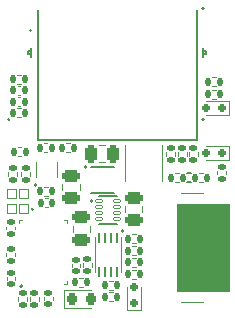
<source format=gto>
G04 #@! TF.GenerationSoftware,KiCad,Pcbnew,7.0.10*
G04 #@! TF.CreationDate,2024-03-06T03:44:09-08:00*
G04 #@! TF.ProjectId,Tracker_Band_V1,54726163-6b65-4725-9f42-616e645f5631,1*
G04 #@! TF.SameCoordinates,Original*
G04 #@! TF.FileFunction,Legend,Top*
G04 #@! TF.FilePolarity,Positive*
%FSLAX46Y46*%
G04 Gerber Fmt 4.6, Leading zero omitted, Abs format (unit mm)*
G04 Created by KiCad (PCBNEW 7.0.10) date 2024-03-06 03:44:09*
%MOMM*%
%LPD*%
G01*
G04 APERTURE LIST*
G04 Aperture macros list*
%AMRoundRect*
0 Rectangle with rounded corners*
0 $1 Rounding radius*
0 $2 $3 $4 $5 $6 $7 $8 $9 X,Y pos of 4 corners*
0 Add a 4 corners polygon primitive as box body*
4,1,4,$2,$3,$4,$5,$6,$7,$8,$9,$2,$3,0*
0 Add four circle primitives for the rounded corners*
1,1,$1+$1,$2,$3*
1,1,$1+$1,$4,$5*
1,1,$1+$1,$6,$7*
1,1,$1+$1,$8,$9*
0 Add four rect primitives between the rounded corners*
20,1,$1+$1,$2,$3,$4,$5,0*
20,1,$1+$1,$4,$5,$6,$7,0*
20,1,$1+$1,$6,$7,$8,$9,0*
20,1,$1+$1,$8,$9,$2,$3,0*%
%AMOutline4P*
0 Free polygon, 4 corners , with rotation*
0 The origin of the aperture is its center*
0 number of corners: always 4*
0 $1 to $8 corner X, Y*
0 $9 Rotation angle, in degrees counterclockwise*
0 create outline with 4 corners*
4,1,4,$1,$2,$3,$4,$5,$6,$7,$8,$1,$2,$9*%
%AMOutline5P*
0 Free polygon, 5 corners , with rotation*
0 The origin of the aperture is its center*
0 number of corners: always 5*
0 $1 to $10 corner X, Y*
0 $11 Rotation angle, in degrees counterclockwise*
0 create outline with 5 corners*
4,1,5,$1,$2,$3,$4,$5,$6,$7,$8,$9,$10,$1,$2,$11*%
%AMOutline6P*
0 Free polygon, 6 corners , with rotation*
0 The origin of the aperture is its center*
0 number of corners: always 6*
0 $1 to $12 corner X, Y*
0 $13 Rotation angle, in degrees counterclockwise*
0 create outline with 6 corners*
4,1,6,$1,$2,$3,$4,$5,$6,$7,$8,$9,$10,$11,$12,$1,$2,$13*%
%AMOutline7P*
0 Free polygon, 7 corners , with rotation*
0 The origin of the aperture is its center*
0 number of corners: always 7*
0 $1 to $14 corner X, Y*
0 $15 Rotation angle, in degrees counterclockwise*
0 create outline with 7 corners*
4,1,7,$1,$2,$3,$4,$5,$6,$7,$8,$9,$10,$11,$12,$13,$14,$1,$2,$15*%
%AMOutline8P*
0 Free polygon, 8 corners , with rotation*
0 The origin of the aperture is its center*
0 number of corners: always 8*
0 $1 to $16 corner X, Y*
0 $17 Rotation angle, in degrees counterclockwise*
0 create outline with 8 corners*
4,1,8,$1,$2,$3,$4,$5,$6,$7,$8,$9,$10,$11,$12,$13,$14,$15,$16,$1,$2,$17*%
G04 Aperture macros list end*
%ADD10C,0.130000*%
%ADD11C,0.200000*%
%ADD12C,0.120000*%
%ADD13C,0.152400*%
%ADD14C,0.100000*%
%ADD15C,0.150000*%
%ADD16RoundRect,0.150000X-0.150000X-0.200000X0.150000X-0.200000X0.150000X0.200000X-0.150000X0.200000X0*%
%ADD17RoundRect,0.135000X0.135000X0.185000X-0.135000X0.185000X-0.135000X-0.185000X0.135000X-0.185000X0*%
%ADD18R,0.558800X0.558800*%
%ADD19RoundRect,0.135000X0.185000X-0.135000X0.185000X0.135000X-0.185000X0.135000X-0.185000X-0.135000X0*%
%ADD20RoundRect,0.250000X0.475000X-0.250000X0.475000X0.250000X-0.475000X0.250000X-0.475000X-0.250000X0*%
%ADD21R,0.340000X0.700000*%
%ADD22RoundRect,0.135000X-0.135000X-0.185000X0.135000X-0.185000X0.135000X0.185000X-0.135000X0.185000X0*%
%ADD23RoundRect,0.140000X-0.170000X0.140000X-0.170000X-0.140000X0.170000X-0.140000X0.170000X0.140000X0*%
%ADD24RoundRect,0.150000X-0.200000X0.150000X-0.200000X-0.150000X0.200000X-0.150000X0.200000X0.150000X0*%
%ADD25RoundRect,0.135000X-0.185000X0.135000X-0.185000X-0.135000X0.185000X-0.135000X0.185000X0.135000X0*%
%ADD26R,0.457200X0.838200*%
%ADD27R,0.711200X1.143000*%
%ADD28RoundRect,0.062500X-0.062500X0.337500X-0.062500X-0.337500X0.062500X-0.337500X0.062500X0.337500X0*%
%ADD29R,1.400000X1.700000*%
%ADD30RoundRect,0.140000X0.140000X0.170000X-0.140000X0.170000X-0.140000X-0.170000X0.140000X-0.170000X0*%
%ADD31RoundRect,0.050000X-0.285000X-0.100000X0.285000X-0.100000X0.285000X0.100000X-0.285000X0.100000X0*%
%ADD32RoundRect,0.050000X0.350000X0.400000X-0.350000X0.400000X-0.350000X-0.400000X0.350000X-0.400000X0*%
%ADD33R,0.812800X0.406400*%
%ADD34R,0.406400X0.812800*%
%ADD35R,1.447800X1.447800*%
%ADD36R,0.711200X0.711200*%
%ADD37Outline5P,-0.723900X0.289560X-0.289560X0.723900X0.723900X0.723900X0.723900X-0.723900X-0.723900X-0.723900X0.000000*%
%ADD38R,2.700000X0.800000*%
%ADD39C,0.650000*%
%ADD40R,1.000000X0.600000*%
%ADD41Outline5P,-0.300000X0.620000X0.300000X0.620000X0.300000X-0.620000X-0.180000X-0.620000X-0.300000X-0.500000X90.000000*%
%ADD42R,1.240000X0.300000*%
%ADD43Outline5P,-0.300000X0.620000X0.300000X0.620000X0.300000X-0.500000X0.180000X-0.620000X-0.300000X-0.620000X90.000000*%
%ADD44Outline4P,-0.300000X-0.285000X0.300000X-0.515000X0.300000X0.515000X-0.300000X0.285000X90.000000*%
%ADD45Outline4P,-0.300000X-0.515000X0.300000X-0.285000X0.300000X0.285000X-0.300000X0.515000X90.000000*%
%ADD46O,2.100000X1.000000*%
%ADD47O,1.800000X1.000000*%
%ADD48R,0.675000X0.254000*%
%ADD49R,0.254000X0.675000*%
%ADD50RoundRect,0.250000X0.250000X0.475000X-0.250000X0.475000X-0.250000X-0.475000X0.250000X-0.475000X0*%
%ADD51R,0.650000X0.350000*%
%ADD52R,1.000000X1.600000*%
%ADD53RoundRect,0.218750X-0.218750X-0.256250X0.218750X-0.256250X0.218750X0.256250X-0.218750X0.256250X0*%
%ADD54RoundRect,0.250000X-0.475000X0.250000X-0.475000X-0.250000X0.475000X-0.250000X0.475000X0.250000X0*%
G04 APERTURE END LIST*
D10*
X137625000Y-89775000D02*
X137925000Y-89775000D01*
X137625000Y-90525000D02*
X137925000Y-90525000D01*
D11*
X124900000Y-90750000D02*
G75*
G03*
X124700000Y-90750000I-100000J0D01*
G01*
X124700000Y-90750000D02*
G75*
G03*
X124900000Y-90750000I100000J0D01*
G01*
D12*
X141160000Y-84850000D02*
X141160000Y-83650000D01*
X139200000Y-84850000D02*
X141160000Y-84850000D01*
X139200000Y-83650000D02*
X141160000Y-83650000D01*
X133303641Y-98680000D02*
X132996359Y-98680000D01*
X133303641Y-97920000D02*
X132996359Y-97920000D01*
D13*
X139050000Y-85220000D02*
G75*
G03*
X138910000Y-85220000I-70000J0D01*
G01*
X138910000Y-85220000D02*
G75*
G03*
X139050000Y-85220000I70000J0D01*
G01*
D12*
X135870000Y-88303641D02*
X135870000Y-87996359D01*
X136630000Y-88303641D02*
X136630000Y-87996359D01*
X127065000Y-91161252D02*
X127065000Y-90638748D01*
X128535000Y-91161252D02*
X128535000Y-90638748D01*
X123320000Y-100533641D02*
X123320000Y-100226359D01*
X124080000Y-100533641D02*
X124080000Y-100226359D01*
X124800000Y-90100000D02*
X124800000Y-88800000D01*
X126600000Y-88800000D02*
X126600000Y-90100000D01*
X139746359Y-82695000D02*
X140053641Y-82695000D01*
X139746359Y-83455000D02*
X140053641Y-83455000D01*
X127678641Y-87980000D02*
X127371359Y-87980000D01*
X127678641Y-87220000D02*
X127371359Y-87220000D01*
X123045000Y-94292164D02*
X123045000Y-94507836D01*
X122325000Y-94292164D02*
X122325000Y-94507836D01*
X125803641Y-87980000D02*
X125496359Y-87980000D01*
X125803641Y-87220000D02*
X125496359Y-87220000D01*
X132550000Y-101310000D02*
X133750000Y-101310000D01*
X132550000Y-99350000D02*
X132550000Y-101310000D01*
X133750000Y-99350000D02*
X133750000Y-101310000D01*
X125080000Y-100226359D02*
X125080000Y-100533641D01*
X124320000Y-100226359D02*
X124320000Y-100533641D01*
D13*
X124390200Y-79423000D02*
X124136200Y-79423000D01*
X124136200Y-79423000D02*
X124136200Y-79677000D01*
X124390200Y-79677000D02*
X124390200Y-79423000D01*
X124136200Y-79677000D02*
X124390200Y-79677000D01*
X124390200Y-79943856D02*
X124390200Y-79156144D01*
D12*
X125853641Y-91680000D02*
X125546359Y-91680000D01*
X125853641Y-90920000D02*
X125546359Y-90920000D01*
X132045000Y-95150000D02*
X132045000Y-98150000D01*
X129825000Y-95150000D02*
X129825000Y-98150000D01*
D11*
X132250889Y-94665889D02*
G75*
G03*
X132050889Y-94665889I-100000J0D01*
G01*
X132050889Y-94665889D02*
G75*
G03*
X132250889Y-94665889I100000J0D01*
G01*
D12*
X138953641Y-90530000D02*
X138646359Y-90530000D01*
X138953641Y-89770000D02*
X138646359Y-89770000D01*
X133303641Y-95680000D02*
X132996359Y-95680000D01*
X133303641Y-94920000D02*
X132996359Y-94920000D01*
X126235000Y-100242164D02*
X126235000Y-100457836D01*
X125515000Y-100242164D02*
X125515000Y-100457836D01*
X141160000Y-88650000D02*
X141160000Y-87450000D01*
X139200000Y-88650000D02*
X141160000Y-88650000D01*
X139200000Y-87450000D02*
X141160000Y-87450000D01*
D13*
X138949800Y-79677000D02*
X139203800Y-79677000D01*
X139203800Y-79677000D02*
X139203800Y-79423000D01*
X138949800Y-79423000D02*
X138949800Y-79677000D01*
X139203800Y-79423000D02*
X138949800Y-79423000D01*
X138949800Y-79156144D02*
X138949800Y-79943856D01*
D12*
X128560000Y-97442164D02*
X128560000Y-97657836D01*
X127840000Y-97442164D02*
X127840000Y-97657836D01*
X122470000Y-89953641D02*
X122470000Y-89646359D01*
X123230000Y-89953641D02*
X123230000Y-89646359D01*
D13*
X124440000Y-77680000D02*
G75*
G03*
X124300000Y-77680000I-70000J0D01*
G01*
X124300000Y-77680000D02*
G75*
G03*
X124440000Y-77680000I70000J0D01*
G01*
D12*
X123553641Y-82180000D02*
X123246359Y-82180000D01*
X123553641Y-81420000D02*
X123246359Y-81420000D01*
X140170000Y-89853641D02*
X140170000Y-89546359D01*
X140930000Y-89853641D02*
X140930000Y-89546359D01*
X123507836Y-84060000D02*
X123292164Y-84060000D01*
X123507836Y-83340000D02*
X123292164Y-83340000D01*
X132365000Y-93061252D02*
X132365000Y-92538748D01*
X133835000Y-93061252D02*
X133835000Y-92538748D01*
X136820000Y-88303641D02*
X136820000Y-87996359D01*
X137580000Y-88303641D02*
X137580000Y-87996359D01*
D13*
X130125300Y-94025000D02*
X131674700Y-94025000D01*
X131674700Y-91675000D02*
X130125300Y-91675000D01*
D11*
X129626600Y-92100000D02*
G75*
G03*
X129423400Y-92100000I-101600J0D01*
G01*
X129423400Y-92100000D02*
G75*
G03*
X129626600Y-92100000I101600J0D01*
G01*
D12*
X133303641Y-96680000D02*
X132996359Y-96680000D01*
X133303641Y-95920000D02*
X132996359Y-95920000D01*
X131338640Y-100580000D02*
X131031358Y-100580000D01*
X131338640Y-99820000D02*
X131031358Y-99820000D01*
X140053641Y-82380000D02*
X139746359Y-82380000D01*
X140053641Y-81620000D02*
X139746359Y-81620000D01*
X125807836Y-92610000D02*
X125592164Y-92610000D01*
X125807836Y-91890000D02*
X125592164Y-91890000D01*
D11*
X124585000Y-92800000D02*
G75*
G03*
X124435000Y-92800000I-75000J0D01*
G01*
X124435000Y-92800000D02*
G75*
G03*
X124585000Y-92800000I75000J0D01*
G01*
D13*
X139050000Y-75820000D02*
G75*
G03*
X138910000Y-75820000I-70000J0D01*
G01*
X138910000Y-75820000D02*
G75*
G03*
X139050000Y-75820000I70000J0D01*
G01*
D12*
X129545000Y-97396359D02*
X129545000Y-97703641D01*
X128785000Y-97396359D02*
X128785000Y-97703641D01*
X131338640Y-99630000D02*
X131031358Y-99630000D01*
X131338640Y-98870000D02*
X131031358Y-98870000D01*
D13*
X122600000Y-85220000D02*
G75*
G03*
X122460000Y-85220000I-70000J0D01*
G01*
X122460000Y-85220000D02*
G75*
G03*
X122600000Y-85220000I70000J0D01*
G01*
D12*
X133303641Y-97680000D02*
X132996359Y-97680000D01*
X133303641Y-96920000D02*
X132996359Y-96920000D01*
D13*
X124969000Y-86932800D02*
X124969000Y-75900000D01*
X138431000Y-75900000D02*
X138431000Y-86932800D01*
X138431000Y-86932800D02*
X124969000Y-86932800D01*
D12*
X124330000Y-89646359D02*
X124330000Y-89953641D01*
X123570000Y-89646359D02*
X123570000Y-89953641D01*
X123507836Y-83110000D02*
X123292164Y-83110000D01*
X123507836Y-82390000D02*
X123292164Y-82390000D01*
X136903641Y-90530000D02*
X136596359Y-90530000D01*
X136903641Y-89770000D02*
X136596359Y-89770000D01*
X132335000Y-90400000D02*
X132335000Y-87400000D01*
X135535000Y-90400000D02*
X135535000Y-87400000D01*
X123060000Y-98542164D02*
X123060000Y-98757836D01*
X122340000Y-98542164D02*
X122340000Y-98757836D01*
X123553641Y-85030000D02*
X123246359Y-85030000D01*
X123553641Y-84270000D02*
X123246359Y-84270000D01*
X137085000Y-100630000D02*
X139005000Y-100630000D01*
X139005000Y-91470000D02*
X137085000Y-91470000D01*
D14*
X136735000Y-99750000D02*
X141135000Y-99750000D01*
X141135000Y-99750000D02*
X141135000Y-92350000D01*
X141135000Y-92350000D02*
X136735000Y-92350000D01*
X136735000Y-92350000D02*
X136735000Y-99750000D01*
G36*
X136735000Y-99750000D02*
G01*
X141135000Y-99750000D01*
X141135000Y-92350000D01*
X136735000Y-92350000D01*
X136735000Y-99750000D01*
G37*
D12*
X127445000Y-99160000D02*
X127185000Y-99160000D01*
X127445000Y-99160000D02*
X127445000Y-98900000D01*
X123425000Y-93740000D02*
X123425000Y-94000000D01*
X123425000Y-93740000D02*
X123685000Y-93740000D01*
X127445000Y-93740000D02*
X127445000Y-94000000D01*
X127445000Y-93740000D02*
X127185000Y-93740000D01*
D11*
X123685000Y-99325000D02*
G75*
G03*
X123485000Y-99325000I-100000J0D01*
G01*
X123485000Y-99325000D02*
G75*
G03*
X123685000Y-99325000I100000J0D01*
G01*
D12*
X130661252Y-88835000D02*
X130138748Y-88835000D01*
X130661252Y-87365000D02*
X130138748Y-87365000D01*
X137770000Y-88303641D02*
X137770000Y-87996359D01*
X138530000Y-88303641D02*
X138530000Y-87996359D01*
X128496359Y-98620000D02*
X128803641Y-98620000D01*
X128496359Y-99380000D02*
X128803641Y-99380000D01*
X123080000Y-96496359D02*
X123080000Y-96803641D01*
X122320000Y-96496359D02*
X122320000Y-96803641D01*
D15*
X129450000Y-89250000D02*
X131450000Y-89250000D01*
X129450000Y-91450000D02*
X131450000Y-91450000D01*
D11*
X129117337Y-89212355D02*
G75*
G03*
X128917337Y-89212355I-100000J0D01*
G01*
X128917337Y-89212355D02*
G75*
G03*
X129117337Y-89212355I100000J0D01*
G01*
D12*
X127215000Y-99665000D02*
X127215000Y-101135000D01*
X127215000Y-101135000D02*
X129500000Y-101135000D01*
X129500000Y-99665000D02*
X127215000Y-99665000D01*
X129420000Y-94188748D02*
X129420000Y-94711252D01*
X127950000Y-94188748D02*
X127950000Y-94711252D01*
X123603641Y-88330000D02*
X123296359Y-88330000D01*
X123603641Y-87570000D02*
X123296359Y-87570000D01*
%LPC*%
D16*
X140600000Y-84250000D03*
X139200000Y-84250000D03*
D17*
X133660000Y-98300000D03*
X132640000Y-98300000D03*
D18*
X139425000Y-85675020D03*
X139425000Y-86624980D03*
X140375000Y-86624980D03*
X140375000Y-85675020D03*
D19*
X136250000Y-88660000D03*
X136250000Y-87640000D03*
D20*
X127800000Y-91850000D03*
X127800000Y-89950000D03*
D19*
X123700000Y-100890000D03*
X123700000Y-99870000D03*
D21*
X125200000Y-90200000D03*
X125700000Y-90200000D03*
X126200000Y-90200000D03*
X126200000Y-88700000D03*
X125700000Y-88700000D03*
X125200000Y-88700000D03*
D22*
X139390000Y-83075000D03*
X140410000Y-83075000D03*
D17*
X128035000Y-87600000D03*
X127015000Y-87600000D03*
D23*
X122685000Y-93920000D03*
X122685000Y-94880000D03*
D17*
X126160000Y-87600000D03*
X125140000Y-87600000D03*
D24*
X133150000Y-100750000D03*
X133150000Y-99350000D03*
D25*
X124700000Y-99870000D03*
X124700000Y-100890000D03*
D26*
X122613201Y-78375001D03*
D27*
X123708200Y-78520000D03*
X123708200Y-80580000D03*
D26*
X122613201Y-80724999D03*
D17*
X126210000Y-91300000D03*
X125190000Y-91300000D03*
D28*
X131685000Y-95200000D03*
X131185000Y-95200000D03*
X130685000Y-95200000D03*
X130185000Y-95200000D03*
X130185000Y-98100000D03*
X130685000Y-98100000D03*
X131185000Y-98100000D03*
X131685000Y-98100000D03*
D29*
X130935000Y-96650000D03*
D17*
X139310000Y-90150000D03*
X138290000Y-90150000D03*
X133660000Y-95300000D03*
X132640000Y-95300000D03*
D23*
X125875000Y-99870000D03*
X125875000Y-100830000D03*
D16*
X140600000Y-88050000D03*
X139200000Y-88050000D03*
D26*
X140726799Y-80724999D03*
D27*
X139631800Y-80580000D03*
X139631800Y-78520000D03*
D26*
X140726799Y-78375001D03*
D23*
X128200000Y-97070000D03*
X128200000Y-98030000D03*
D19*
X122850000Y-90310000D03*
X122850000Y-89290000D03*
D18*
X123925000Y-77224980D03*
X123925000Y-76275020D03*
X122975000Y-76275020D03*
X122975000Y-77224980D03*
D17*
X123910000Y-81800000D03*
X122890000Y-81800000D03*
D19*
X140550000Y-90210000D03*
X140550000Y-89190000D03*
D30*
X123880000Y-83700000D03*
X122920000Y-83700000D03*
D20*
X133100000Y-93750000D03*
X133100000Y-91850000D03*
D19*
X137200000Y-88660000D03*
X137200000Y-87640000D03*
D31*
X130150700Y-92099811D03*
X130150700Y-92599937D03*
X130150700Y-93100063D03*
X130150700Y-93600189D03*
X131649300Y-93600189D03*
X131649300Y-93100063D03*
X131649300Y-92599937D03*
X131649300Y-92099811D03*
D17*
X133660000Y-96300000D03*
X132640000Y-96300000D03*
X131694999Y-100200000D03*
X130674999Y-100200000D03*
X140410000Y-82000000D03*
X139390000Y-82000000D03*
D30*
X126180000Y-92250000D03*
X125220000Y-92250000D03*
D32*
X123835000Y-92800000D03*
X123835000Y-91500000D03*
X122835000Y-91500000D03*
X122835000Y-92800000D03*
D18*
X139425000Y-76275020D03*
X139425000Y-77224980D03*
X140375000Y-77224980D03*
X140375000Y-76275020D03*
D25*
X129165000Y-97040000D03*
X129165000Y-98060000D03*
D17*
X131694999Y-99250000D03*
X130674999Y-99250000D03*
D18*
X122975000Y-85675020D03*
X122975000Y-86624980D03*
X123925000Y-86624980D03*
X123925000Y-85675020D03*
D17*
X133660000Y-97300000D03*
X132640000Y-97300000D03*
D33*
X125800002Y-77205100D03*
X125800002Y-78005101D03*
X125800002Y-78805100D03*
X125800002Y-79605101D03*
X125800002Y-80405099D03*
X125800002Y-81205100D03*
X125800002Y-82005101D03*
X125800002Y-82805099D03*
X125800002Y-83605100D03*
X125800002Y-84405099D03*
X125800002Y-85205100D03*
D34*
X126899999Y-86105100D03*
X127700000Y-86105100D03*
X128500001Y-86105100D03*
X129300000Y-86105100D03*
X130100001Y-86105100D03*
X130899999Y-86105100D03*
X131700000Y-86105100D03*
X132500001Y-86105100D03*
X133299999Y-86105100D03*
X134100000Y-86105100D03*
X134899999Y-86105100D03*
X135700000Y-86105100D03*
X136499998Y-86105100D03*
D33*
X137599998Y-85205100D03*
X137599998Y-84405099D03*
X137599998Y-83605100D03*
X137599998Y-82805099D03*
X137599998Y-82005101D03*
X137599998Y-81205100D03*
X137599998Y-80405099D03*
X137599998Y-79605101D03*
X137599998Y-78805100D03*
X137599998Y-78005101D03*
X137599998Y-77205100D03*
D34*
X136500001Y-76305100D03*
X135700000Y-76305100D03*
X134899999Y-76305100D03*
X134100000Y-76305100D03*
X133299999Y-76305100D03*
X132500001Y-76305100D03*
X131700000Y-76305100D03*
X130899999Y-76305100D03*
X130100001Y-76305100D03*
X129300000Y-76305100D03*
X128500001Y-76305100D03*
X127700000Y-76305100D03*
X126900002Y-76305100D03*
D35*
X131700000Y-81205100D03*
D36*
X137650000Y-76255100D03*
X137650000Y-86155100D03*
X125750000Y-86155100D03*
X125750000Y-76255100D03*
D35*
X133675000Y-79230100D03*
X133675000Y-81205100D03*
X133675000Y-83180100D03*
X131700000Y-83180100D03*
X129725000Y-83180100D03*
X129725000Y-81205100D03*
D37*
X129725000Y-79230100D03*
D35*
X131700000Y-79230100D03*
D25*
X123950000Y-89290000D03*
X123950000Y-90310000D03*
D30*
X123880000Y-82750000D03*
X122920000Y-82750000D03*
D17*
X137260000Y-90150000D03*
X136240000Y-90150000D03*
D38*
X133935000Y-90000000D03*
X133935000Y-87800000D03*
D23*
X122700000Y-98170000D03*
X122700000Y-99130000D03*
D17*
X123910000Y-84650000D03*
X122890000Y-84650000D03*
D39*
X136330000Y-98940000D03*
X136330000Y-93160000D03*
D40*
X135090000Y-99250000D03*
D41*
X135210000Y-98450000D03*
D42*
X135210000Y-97300000D03*
X135210000Y-96300000D03*
X135210000Y-95800000D03*
X135210000Y-94800000D03*
D43*
X135210000Y-93650000D03*
D44*
X135430000Y-92850000D03*
D40*
X135090000Y-92850000D03*
D43*
X135210000Y-93650000D03*
D42*
X135210000Y-94300000D03*
X135210000Y-95300000D03*
X135210000Y-96800000D03*
X135210000Y-97800000D03*
D41*
X135210000Y-98450000D03*
D45*
X135430000Y-99250000D03*
D46*
X135810000Y-100370000D03*
D47*
X140010000Y-100370000D03*
D46*
X135810000Y-91730000D03*
D47*
X140010000Y-91730000D03*
D48*
X123772500Y-98700000D03*
D49*
X124685000Y-98837500D03*
X125185000Y-98837500D03*
X125685000Y-98837500D03*
X126185000Y-98837500D03*
D48*
X127097500Y-98700000D03*
X127097500Y-98200000D03*
X127097500Y-97700000D03*
X127097500Y-97200000D03*
X127097500Y-96700000D03*
X127097500Y-96200000D03*
X127097500Y-95700000D03*
X127097500Y-95200000D03*
X127097500Y-94700000D03*
X127097500Y-94200000D03*
D49*
X126185000Y-94062500D03*
X125685000Y-94062500D03*
X125185000Y-94062500D03*
X124685000Y-94062500D03*
D48*
X123772500Y-94200000D03*
X123772500Y-94700000D03*
X123772500Y-95200000D03*
X123772500Y-95700000D03*
X123772500Y-96200000D03*
X123772500Y-96700000D03*
X123772500Y-97200000D03*
X123772500Y-97700000D03*
X123772500Y-98200000D03*
D50*
X131350000Y-88100000D03*
X129450000Y-88100000D03*
D19*
X138150000Y-88660000D03*
X138150000Y-87640000D03*
D22*
X128140000Y-99000000D03*
X129160000Y-99000000D03*
D25*
X122700000Y-96140000D03*
X122700000Y-97160000D03*
D51*
X129400000Y-89700000D03*
X129400000Y-90350000D03*
X129400000Y-91000000D03*
X131500000Y-91000000D03*
X131500000Y-90350000D03*
X131500000Y-89700000D03*
D52*
X130450000Y-90350000D03*
D53*
X127912500Y-100400000D03*
X129487500Y-100400000D03*
D54*
X128685000Y-93500000D03*
X128685000Y-95400000D03*
D17*
X123960000Y-87950000D03*
X122940000Y-87950000D03*
%LPD*%
M02*

</source>
